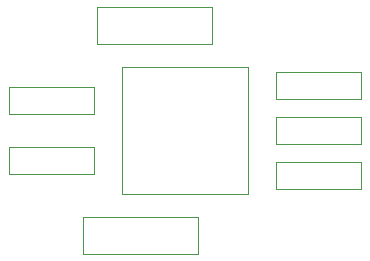
<source format=gbr>
G04 #@! TF.FileFunction,Other,User*
%FSLAX46Y46*%
G04 Gerber Fmt 4.6, Leading zero omitted, Abs format (unit mm)*
G04 Created by KiCad (PCBNEW 4.0.7) date 01/25/19 00:49:24*
%MOMM*%
%LPD*%
G01*
G04 APERTURE LIST*
%ADD10C,0.100000*%
%ADD11C,0.050000*%
G04 APERTURE END LIST*
D10*
D11*
X158870000Y-87750000D02*
X158870000Y-90050000D01*
X158870000Y-90050000D02*
X166020000Y-90050000D01*
X166020000Y-90050000D02*
X166020000Y-87750000D01*
X166020000Y-87750000D02*
X158870000Y-87750000D01*
X143390000Y-96400000D02*
X143390000Y-94100000D01*
X143390000Y-94100000D02*
X136240000Y-94100000D01*
X136240000Y-94100000D02*
X136240000Y-96400000D01*
X136240000Y-96400000D02*
X143390000Y-96400000D01*
X143390000Y-91320000D02*
X143390000Y-89020000D01*
X143390000Y-89020000D02*
X136240000Y-89020000D01*
X136240000Y-89020000D02*
X136240000Y-91320000D01*
X136240000Y-91320000D02*
X143390000Y-91320000D01*
X158870000Y-95370000D02*
X158870000Y-97670000D01*
X158870000Y-97670000D02*
X166020000Y-97670000D01*
X166020000Y-97670000D02*
X166020000Y-95370000D01*
X166020000Y-95370000D02*
X158870000Y-95370000D01*
X158870000Y-91560000D02*
X158870000Y-93860000D01*
X158870000Y-93860000D02*
X166020000Y-93860000D01*
X166020000Y-93860000D02*
X166020000Y-91560000D01*
X166020000Y-91560000D02*
X158870000Y-91560000D01*
X142460000Y-100000000D02*
X142460000Y-103200000D01*
X142460000Y-103200000D02*
X152210000Y-103200000D01*
X152210000Y-103200000D02*
X152210000Y-100000000D01*
X152210000Y-100000000D02*
X142460000Y-100000000D01*
X153450000Y-85420000D02*
X153450000Y-82220000D01*
X153450000Y-82220000D02*
X143700000Y-82220000D01*
X143700000Y-82220000D02*
X143700000Y-85420000D01*
X143700000Y-85420000D02*
X153450000Y-85420000D01*
X145770000Y-87300000D02*
X145770000Y-98100000D01*
X145770000Y-98100000D02*
X156470000Y-98100000D01*
X156470000Y-98100000D02*
X156470000Y-87300000D01*
X156470000Y-87300000D02*
X145770000Y-87300000D01*
M02*

</source>
